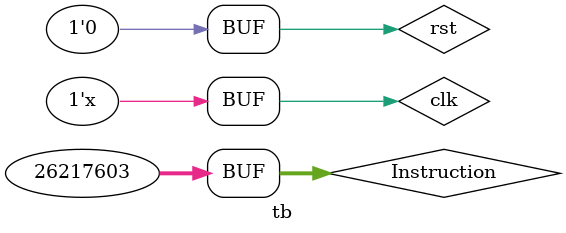
<source format=v>
`timescale 1ns / 1ps


module tb#(parameter WORD_WIDTH =32);
    reg [WORD_WIDTH-1:0] Instruction;
    reg clk,rst;
    wire [WORD_WIDTH-1:0] ALU_in1, ALU_in2, ALU_out;

    /////////////// GPR wires
    wire [WORD_WIDTH-1:0] GRP_out_data1, GRP_out_data2,GRP_wr_data;

    ///////////////DM wires
    wire [WORD_WIDTH-1:0] DM_data_in, DM_data_out;
    
    wire [6:0] opcode;
    wire [4:0] rs1, rs2, rd;
    wire RegWrite, MemWrite, MemRead, MemtoReg, ALUsrc, Branch;
    wire [1:0] ALUop;
    wire [31:0] imm;
    wire [3:0] ALU_select;

    
    
    processor UUT (.Instruction(Instruction),
                     .clk(clk),.rst(rst),
                     .ALU_in1(ALU_in1), .ALU_in2(ALU_in2), .ALU_out(ALU_out),

                    /////////////// GPR wires
                    .GRP_out_data1(GRP_out_data1), .GRP_out_data2(GRP_out_data2),.GRP_wr_data(GRP_wr_data),
                
                    ///////////////DM wires
                    .DM_data_in(DM_data_in), .DM_data_out(DM_data_out),
                    .opcode(opcode),
                    .rs1(rs1), .rs2(rs2), .rd(rd),
                    .RegWrite(RegWrite), .MemWrite(MemWrite), .MemRead(MemRead), .MemtoReg(MemtoReg),
                    .ALUsrc(ALUsrc), .Branch(Branch),
                    .ALUop(ALUop),.imm(imm),.ALU_select(ALU_select));
                
    
    
    initial
        begin
        clk <= 1'b1;
        rst <= 1'b1;
        
        end
        
        
    always #10 clk = ~clk;
    
//    always@(posedge clk)
//        begin
//        $display("data_wr = %h",data_wr);
//        $display("data_rs1 = %h",data_rs1);
//        $display("data_rs2 = %h",data_rs2);
        
//        end
    
        
    initial
        begin
        #1000
        
        $display("start");
        
        
        
        #20
        rst <= 1'b0;
        
        #20
        //instruction <= 0000 0000 1010 | 00000 | 000 | 10100 | 0111 011 
        Instruction<=32'h00A00A3B;
        
      

        #20  
        //instruction <= 0000 0000 0101 | 00000 | 000 | 10101 | 0111 011  
        Instruction<=32'h00500ABB;
        
     
        
        
        
        #20
        //instruction <= 0000 000 | 10100 | 10101 | 000 | 10110 | 0110 011  
        Instruction<=32'h014A8B33;
        
        #20
        //instruction <= 0000 000 | 10110 | 00000 | 000 | 11001 | 0100 011  
        Instruction<=32'h01600CA3;
        
        #20
        //instruction <= 0000 0001 1001 | 00000 | 000 | 11001 | 0000 011  
        Instruction<=32'h01900C83;

        #10
          $display("end");
        
        
        end
        
        

   
endmodule
</source>
